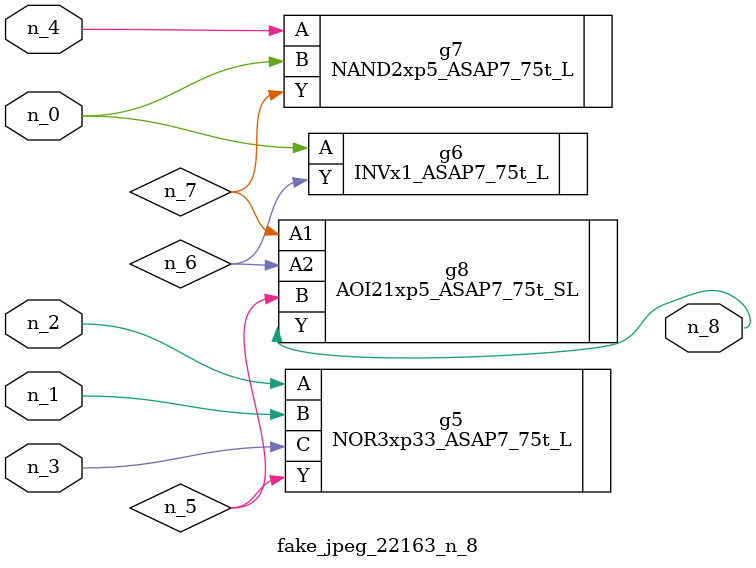
<source format=v>
module fake_jpeg_22163_n_8 (n_3, n_2, n_1, n_0, n_4, n_8);

input n_3;
input n_2;
input n_1;
input n_0;
input n_4;

output n_8;

wire n_6;
wire n_5;
wire n_7;

NOR3xp33_ASAP7_75t_L g5 ( 
.A(n_2),
.B(n_1),
.C(n_3),
.Y(n_5)
);

INVx1_ASAP7_75t_L g6 ( 
.A(n_0),
.Y(n_6)
);

NAND2xp5_ASAP7_75t_L g7 ( 
.A(n_4),
.B(n_0),
.Y(n_7)
);

AOI21xp5_ASAP7_75t_SL g8 ( 
.A1(n_7),
.A2(n_6),
.B(n_5),
.Y(n_8)
);


endmodule
</source>
